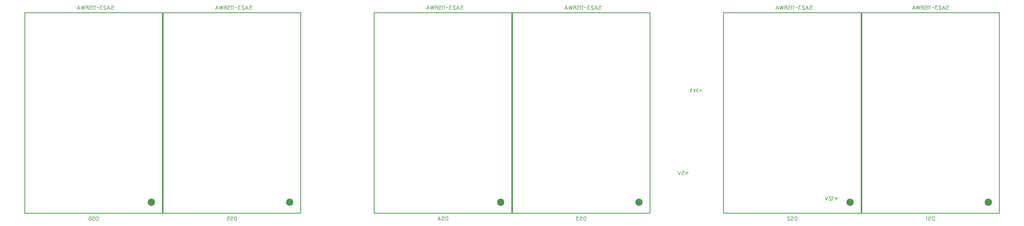
<source format=gbo>
G04 DipTrace 2.4.0.2*
%INsensorclock.GBO*%
%MOMM*%
%ADD10C,0.25*%
%ADD28O,2.539X2.541*%
%ADD91C,0.196*%
%ADD92C,0.157*%
%FSLAX53Y53*%
G04*
G71*
G90*
G75*
G01*
%LNBotSilk*%
%LPD*%
X356580Y86480D2*
D10*
X308580D1*
Y16480D1*
X356580D1*
Y86480D1*
D28*
X352771Y20291D3*
X308320Y86480D2*
D10*
X260320D1*
Y16480D1*
X308320D1*
Y86480D1*
D28*
X304511Y20291D3*
X234660Y86480D2*
D10*
X186660D1*
Y16480D1*
X234660D1*
Y86480D1*
D28*
X230851Y20291D3*
X186400Y86480D2*
D10*
X138400D1*
Y16480D1*
X186400D1*
Y86480D1*
D28*
X182591Y20291D3*
X112740Y86480D2*
D10*
X64740D1*
Y16480D1*
X112740D1*
Y86480D1*
D28*
X108931Y20291D3*
X64480Y86480D2*
D10*
X16480D1*
Y16480D1*
X64480D1*
Y86480D1*
D28*
X60671Y20291D3*
X333975Y15240D2*
D91*
Y13964D1*
X333550D1*
X333367Y14026D1*
X333245Y14146D1*
X333185Y14268D1*
X333124Y14450D1*
Y14754D1*
X333185Y14937D1*
X333245Y15057D1*
X333367Y15180D1*
X333550Y15240D1*
X333975D1*
X331882Y15057D2*
X332002Y15180D1*
X332185Y15240D1*
X332428D1*
X332610Y15180D1*
X332732Y15057D1*
Y14937D1*
X332671Y14815D1*
X332610Y14754D1*
X332489Y14694D1*
X332124Y14572D1*
X332002Y14511D1*
X331942Y14450D1*
X331882Y14329D1*
Y14146D1*
X332002Y14026D1*
X332185Y13964D1*
X332428D1*
X332610Y14026D1*
X332732Y14146D1*
X331489Y14996D2*
X331367Y15057D1*
X331185Y15238D1*
Y13964D1*
X338053Y88717D2*
X338174Y88840D1*
X338356Y88900D1*
X338599D1*
X338782Y88840D1*
X338904Y88717D1*
Y88597D1*
X338842Y88475D1*
X338782Y88414D1*
X338661Y88354D1*
X338296Y88232D1*
X338174Y88171D1*
X338114Y88110D1*
X338053Y87989D1*
Y87806D1*
X338174Y87686D1*
X338356Y87624D1*
X338599D1*
X338782Y87686D1*
X338904Y87806D1*
X336688Y87624D2*
X337175Y88900D1*
X337661Y87624D1*
X337479Y88049D2*
X336871D1*
X336234Y88595D2*
Y88656D1*
X336174Y88778D1*
X336114Y88838D1*
X335991Y88898D1*
X335749D1*
X335628Y88838D1*
X335567Y88778D1*
X335506Y88656D1*
Y88535D1*
X335567Y88413D1*
X335688Y88232D1*
X336296Y87624D1*
X335445D1*
X334931Y88898D2*
X334264D1*
X334628Y88413D1*
X334445D1*
X334325Y88352D1*
X334264Y88292D1*
X334202Y88110D1*
Y87989D1*
X334264Y87806D1*
X334385Y87684D1*
X334567Y87624D1*
X334750D1*
X334931Y87684D1*
X334991Y87746D1*
X335053Y87867D1*
X333810Y88261D2*
X333108D1*
X332716Y88656D2*
X332594Y88717D1*
X332412Y88898D1*
Y87624D1*
X332019Y88656D2*
X331897Y88717D1*
X331715Y88898D1*
Y87624D1*
X330472Y88717D2*
X330593Y88840D1*
X330775Y88900D1*
X331018D1*
X331200Y88840D1*
X331323Y88717D1*
Y88597D1*
X331261Y88475D1*
X331200Y88414D1*
X331080Y88354D1*
X330715Y88232D1*
X330593Y88171D1*
X330532Y88110D1*
X330472Y87989D1*
Y87806D1*
X330593Y87686D1*
X330775Y87624D1*
X331018D1*
X331200Y87686D1*
X331323Y87806D1*
X330080Y88292D2*
X329534D1*
X329351Y88354D1*
X329289Y88414D1*
X329229Y88535D1*
Y88657D1*
X329289Y88778D1*
X329351Y88840D1*
X329534Y88900D1*
X330080D1*
Y87624D1*
X329654Y88292D2*
X329229Y87624D1*
X328837Y88900D2*
X328532Y87624D1*
X328229Y88900D1*
X327926Y87624D1*
X327621Y88900D1*
X326256Y87624D2*
X326743Y88900D1*
X327229Y87624D1*
X327046Y88049D2*
X326439D1*
X285988Y15240D2*
Y13964D1*
X285563D1*
X285380Y14026D1*
X285258Y14146D1*
X285198Y14268D1*
X285138Y14450D1*
Y14754D1*
X285198Y14937D1*
X285258Y15057D1*
X285380Y15180D1*
X285563Y15240D1*
X285988D1*
X283895Y15057D2*
X284015Y15180D1*
X284198Y15240D1*
X284441D1*
X284623Y15180D1*
X284745Y15057D1*
Y14937D1*
X284684Y14815D1*
X284623Y14754D1*
X284502Y14694D1*
X284137Y14572D1*
X284015Y14511D1*
X283955Y14450D1*
X283895Y14329D1*
Y14146D1*
X284015Y14026D1*
X284198Y13964D1*
X284441D1*
X284623Y14026D1*
X284745Y14146D1*
X283441Y14935D2*
Y14996D1*
X283380Y15118D1*
X283320Y15178D1*
X283198Y15238D1*
X282955D1*
X282834Y15178D1*
X282774Y15118D1*
X282712Y14996D1*
Y14875D1*
X282774Y14753D1*
X282895Y14572D1*
X283502Y13964D1*
X282652D1*
X290428Y88717D2*
X290549Y88840D1*
X290731Y88900D1*
X290974D1*
X291157Y88840D1*
X291279Y88717D1*
Y88597D1*
X291217Y88475D1*
X291157Y88414D1*
X291036Y88354D1*
X290671Y88232D1*
X290549Y88171D1*
X290489Y88110D1*
X290428Y87989D1*
Y87806D1*
X290549Y87686D1*
X290731Y87624D1*
X290974D1*
X291157Y87686D1*
X291279Y87806D1*
X289063Y87624D2*
X289550Y88900D1*
X290036Y87624D1*
X289854Y88049D2*
X289246D1*
X288609Y88595D2*
Y88656D1*
X288549Y88778D1*
X288489Y88838D1*
X288366Y88898D1*
X288124D1*
X288003Y88838D1*
X287942Y88778D1*
X287881Y88656D1*
Y88535D1*
X287942Y88413D1*
X288063Y88232D1*
X288671Y87624D1*
X287820D1*
X287306Y88898D2*
X286639D1*
X287003Y88413D1*
X286820D1*
X286700Y88352D1*
X286639Y88292D1*
X286577Y88110D1*
Y87989D1*
X286639Y87806D1*
X286760Y87684D1*
X286942Y87624D1*
X287125D1*
X287306Y87684D1*
X287366Y87746D1*
X287428Y87867D1*
X286185Y88261D2*
X285483D1*
X285091Y88656D2*
X284969Y88717D1*
X284787Y88898D1*
Y87624D1*
X284394Y88656D2*
X284272Y88717D1*
X284090Y88898D1*
Y87624D1*
X282847Y88717D2*
X282968Y88840D1*
X283150Y88900D1*
X283393D1*
X283575Y88840D1*
X283698Y88717D1*
Y88597D1*
X283636Y88475D1*
X283575Y88414D1*
X283455Y88354D1*
X283090Y88232D1*
X282968Y88171D1*
X282907Y88110D1*
X282847Y87989D1*
Y87806D1*
X282968Y87686D1*
X283150Y87624D1*
X283393D1*
X283575Y87686D1*
X283698Y87806D1*
X282455Y88292D2*
X281909D1*
X281726Y88354D1*
X281664Y88414D1*
X281604Y88535D1*
Y88657D1*
X281664Y88778D1*
X281726Y88840D1*
X281909Y88900D1*
X282455D1*
Y87624D1*
X282029Y88292D2*
X281604Y87624D1*
X281212Y88900D2*
X280907Y87624D1*
X280604Y88900D1*
X280301Y87624D1*
X279996Y88900D1*
X278631Y87624D2*
X279118Y88900D1*
X279604Y87624D1*
X279421Y88049D2*
X278814D1*
X212328Y15240D2*
Y13964D1*
X211903D1*
X211720Y14026D1*
X211598Y14146D1*
X211538Y14268D1*
X211478Y14450D1*
Y14754D1*
X211538Y14937D1*
X211598Y15057D1*
X211720Y15180D1*
X211903Y15240D1*
X212328D1*
X210235Y15057D2*
X210355Y15180D1*
X210538Y15240D1*
X210781D1*
X210963Y15180D1*
X211085Y15057D1*
Y14937D1*
X211024Y14815D1*
X210963Y14754D1*
X210842Y14694D1*
X210477Y14572D1*
X210355Y14511D1*
X210295Y14450D1*
X210235Y14329D1*
Y14146D1*
X210355Y14026D1*
X210538Y13964D1*
X210781D1*
X210963Y14026D1*
X211085Y14146D1*
X209720Y15238D2*
X209054D1*
X209417Y14753D1*
X209235D1*
X209114Y14692D1*
X209054Y14632D1*
X208992Y14450D1*
Y14329D1*
X209054Y14146D1*
X209174Y14024D1*
X209357Y13964D1*
X209539D1*
X209720Y14024D1*
X209781Y14086D1*
X209842Y14207D1*
X216768Y88717D2*
X216889Y88840D1*
X217071Y88900D1*
X217314D1*
X217497Y88840D1*
X217619Y88717D1*
Y88597D1*
X217557Y88475D1*
X217497Y88414D1*
X217376Y88354D1*
X217011Y88232D1*
X216889Y88171D1*
X216829Y88110D1*
X216768Y87989D1*
Y87806D1*
X216889Y87686D1*
X217071Y87624D1*
X217314D1*
X217497Y87686D1*
X217619Y87806D1*
X215403Y87624D2*
X215890Y88900D1*
X216376Y87624D1*
X216194Y88049D2*
X215586D1*
X214949Y88595D2*
Y88656D1*
X214889Y88778D1*
X214829Y88838D1*
X214706Y88898D1*
X214464D1*
X214343Y88838D1*
X214282Y88778D1*
X214221Y88656D1*
Y88535D1*
X214282Y88413D1*
X214403Y88232D1*
X215011Y87624D1*
X214160D1*
X213646Y88898D2*
X212979D1*
X213343Y88413D1*
X213160D1*
X213040Y88352D1*
X212979Y88292D1*
X212917Y88110D1*
Y87989D1*
X212979Y87806D1*
X213100Y87684D1*
X213282Y87624D1*
X213465D1*
X213646Y87684D1*
X213706Y87746D1*
X213768Y87867D1*
X212525Y88261D2*
X211823D1*
X211431Y88656D2*
X211309Y88717D1*
X211127Y88898D1*
Y87624D1*
X210734Y88656D2*
X210612Y88717D1*
X210430Y88898D1*
Y87624D1*
X209187Y88717D2*
X209308Y88840D1*
X209490Y88900D1*
X209733D1*
X209915Y88840D1*
X210038Y88717D1*
Y88597D1*
X209976Y88475D1*
X209915Y88414D1*
X209795Y88354D1*
X209430Y88232D1*
X209308Y88171D1*
X209247Y88110D1*
X209187Y87989D1*
Y87806D1*
X209308Y87686D1*
X209490Y87624D1*
X209733D1*
X209915Y87686D1*
X210038Y87806D1*
X208795Y88292D2*
X208249D1*
X208066Y88354D1*
X208004Y88414D1*
X207944Y88535D1*
Y88657D1*
X208004Y88778D1*
X208066Y88840D1*
X208249Y88900D1*
X208795D1*
Y87624D1*
X208369Y88292D2*
X207944Y87624D1*
X207552Y88900D2*
X207247Y87624D1*
X206944Y88900D1*
X206641Y87624D1*
X206336Y88900D1*
X204971Y87624D2*
X205458Y88900D1*
X205944Y87624D1*
X205761Y88049D2*
X205154D1*
X164098Y15240D2*
Y13964D1*
X163673D1*
X163491Y14026D1*
X163368Y14146D1*
X163308Y14268D1*
X163248Y14450D1*
Y14754D1*
X163308Y14937D1*
X163368Y15057D1*
X163491Y15180D1*
X163673Y15240D1*
X164098D1*
X162005Y15057D2*
X162126Y15180D1*
X162308Y15240D1*
X162551D1*
X162733Y15180D1*
X162856Y15057D1*
Y14937D1*
X162794Y14815D1*
X162733Y14754D1*
X162613Y14694D1*
X162248Y14572D1*
X162126Y14511D1*
X162065Y14450D1*
X162005Y14329D1*
Y14146D1*
X162126Y14026D1*
X162308Y13964D1*
X162551D1*
X162733Y14026D1*
X162856Y14146D1*
X161005Y13964D2*
Y15238D1*
X161613Y14389D1*
X160702D1*
X168508Y88717D2*
X168629Y88840D1*
X168811Y88900D1*
X169054D1*
X169237Y88840D1*
X169359Y88717D1*
Y88597D1*
X169297Y88475D1*
X169237Y88414D1*
X169116Y88354D1*
X168751Y88232D1*
X168629Y88171D1*
X168569Y88110D1*
X168508Y87989D1*
Y87806D1*
X168629Y87686D1*
X168811Y87624D1*
X169054D1*
X169237Y87686D1*
X169359Y87806D1*
X167143Y87624D2*
X167630Y88900D1*
X168116Y87624D1*
X167934Y88049D2*
X167326D1*
X166689Y88595D2*
Y88656D1*
X166629Y88778D1*
X166569Y88838D1*
X166446Y88898D1*
X166204D1*
X166083Y88838D1*
X166022Y88778D1*
X165961Y88656D1*
Y88535D1*
X166022Y88413D1*
X166143Y88232D1*
X166751Y87624D1*
X165900D1*
X165386Y88898D2*
X164719D1*
X165083Y88413D1*
X164900D1*
X164780Y88352D1*
X164719Y88292D1*
X164657Y88110D1*
Y87989D1*
X164719Y87806D1*
X164840Y87684D1*
X165022Y87624D1*
X165205D1*
X165386Y87684D1*
X165446Y87746D1*
X165508Y87867D1*
X164265Y88261D2*
X163563D1*
X163171Y88656D2*
X163049Y88717D1*
X162867Y88898D1*
Y87624D1*
X162474Y88656D2*
X162352Y88717D1*
X162170Y88898D1*
Y87624D1*
X160927Y88717D2*
X161048Y88840D1*
X161230Y88900D1*
X161473D1*
X161655Y88840D1*
X161778Y88717D1*
Y88597D1*
X161716Y88475D1*
X161655Y88414D1*
X161535Y88354D1*
X161170Y88232D1*
X161048Y88171D1*
X160987Y88110D1*
X160927Y87989D1*
Y87806D1*
X161048Y87686D1*
X161230Y87624D1*
X161473D1*
X161655Y87686D1*
X161778Y87806D1*
X160535Y88292D2*
X159989D1*
X159806Y88354D1*
X159744Y88414D1*
X159684Y88535D1*
Y88657D1*
X159744Y88778D1*
X159806Y88840D1*
X159989Y88900D1*
X160535D1*
Y87624D1*
X160109Y88292D2*
X159684Y87624D1*
X159292Y88900D2*
X158987Y87624D1*
X158684Y88900D1*
X158381Y87624D1*
X158076Y88900D1*
X156711Y87624D2*
X157198Y88900D1*
X157684Y87624D1*
X157501Y88049D2*
X156894D1*
X90408Y15240D2*
Y13964D1*
X89983D1*
X89800Y14026D1*
X89678Y14146D1*
X89618Y14268D1*
X89558Y14450D1*
Y14754D1*
X89618Y14937D1*
X89678Y15057D1*
X89800Y15180D1*
X89983Y15240D1*
X90408D1*
X88315Y15057D2*
X88435Y15180D1*
X88618Y15240D1*
X88861D1*
X89043Y15180D1*
X89165Y15057D1*
Y14937D1*
X89104Y14815D1*
X89043Y14754D1*
X88922Y14694D1*
X88557Y14572D1*
X88435Y14511D1*
X88375Y14450D1*
X88315Y14329D1*
Y14146D1*
X88435Y14026D1*
X88618Y13964D1*
X88861D1*
X89043Y14026D1*
X89165Y14146D1*
X87194Y15238D2*
X87800D1*
X87861Y14692D1*
X87800Y14753D1*
X87618Y14815D1*
X87437D1*
X87254Y14753D1*
X87132Y14632D1*
X87072Y14450D1*
Y14329D1*
X87132Y14146D1*
X87254Y14024D1*
X87437Y13964D1*
X87618D1*
X87800Y14024D1*
X87861Y14086D1*
X87922Y14207D1*
X94848Y88717D2*
X94969Y88840D1*
X95151Y88900D1*
X95394D1*
X95577Y88840D1*
X95699Y88717D1*
Y88597D1*
X95637Y88475D1*
X95577Y88414D1*
X95456Y88354D1*
X95091Y88232D1*
X94969Y88171D1*
X94909Y88110D1*
X94848Y87989D1*
Y87806D1*
X94969Y87686D1*
X95151Y87624D1*
X95394D1*
X95577Y87686D1*
X95699Y87806D1*
X93483Y87624D2*
X93970Y88900D1*
X94456Y87624D1*
X94274Y88049D2*
X93666D1*
X93029Y88595D2*
Y88656D1*
X92969Y88778D1*
X92909Y88838D1*
X92786Y88898D1*
X92544D1*
X92423Y88838D1*
X92362Y88778D1*
X92301Y88656D1*
Y88535D1*
X92362Y88413D1*
X92483Y88232D1*
X93091Y87624D1*
X92240D1*
X91726Y88898D2*
X91059D1*
X91423Y88413D1*
X91240D1*
X91120Y88352D1*
X91059Y88292D1*
X90997Y88110D1*
Y87989D1*
X91059Y87806D1*
X91180Y87684D1*
X91362Y87624D1*
X91545D1*
X91726Y87684D1*
X91786Y87746D1*
X91848Y87867D1*
X90605Y88261D2*
X89903D1*
X89511Y88656D2*
X89389Y88717D1*
X89207Y88898D1*
Y87624D1*
X88814Y88656D2*
X88692Y88717D1*
X88510Y88898D1*
Y87624D1*
X87267Y88717D2*
X87388Y88840D1*
X87570Y88900D1*
X87813D1*
X87995Y88840D1*
X88118Y88717D1*
Y88597D1*
X88056Y88475D1*
X87995Y88414D1*
X87875Y88354D1*
X87510Y88232D1*
X87388Y88171D1*
X87327Y88110D1*
X87267Y87989D1*
Y87806D1*
X87388Y87686D1*
X87570Y87624D1*
X87813D1*
X87995Y87686D1*
X88118Y87806D1*
X86875Y88292D2*
X86329D1*
X86146Y88354D1*
X86084Y88414D1*
X86024Y88535D1*
Y88657D1*
X86084Y88778D1*
X86146Y88840D1*
X86329Y88900D1*
X86875D1*
Y87624D1*
X86449Y88292D2*
X86024Y87624D1*
X85632Y88900D2*
X85327Y87624D1*
X85024Y88900D1*
X84721Y87624D1*
X84416Y88900D1*
X83051Y87624D2*
X83538Y88900D1*
X84024Y87624D1*
X83841Y88049D2*
X83234D1*
X42117Y15240D2*
Y13964D1*
X41692D1*
X41510Y14026D1*
X41387Y14146D1*
X41327Y14268D1*
X41267Y14450D1*
Y14754D1*
X41327Y14937D1*
X41387Y15057D1*
X41510Y15180D1*
X41692Y15240D1*
X42117D1*
X40024Y15057D2*
X40144Y15180D1*
X40327Y15240D1*
X40570D1*
X40752Y15180D1*
X40874Y15057D1*
Y14937D1*
X40813Y14815D1*
X40752Y14754D1*
X40632Y14694D1*
X40267Y14572D1*
X40144Y14511D1*
X40084Y14450D1*
X40024Y14329D1*
Y14146D1*
X40144Y14026D1*
X40327Y13964D1*
X40570D1*
X40752Y14026D1*
X40874Y14146D1*
X38903Y15057D2*
X38963Y15178D1*
X39146Y15238D1*
X39267D1*
X39449Y15178D1*
X39571Y14996D1*
X39632Y14692D1*
Y14389D1*
X39571Y14146D1*
X39449Y14024D1*
X39267Y13964D1*
X39206D1*
X39025Y14024D1*
X38903Y14146D1*
X38843Y14329D1*
Y14389D1*
X38903Y14572D1*
X39025Y14692D1*
X39206Y14753D1*
X39267D1*
X39449Y14692D1*
X39571Y14572D1*
X39632Y14389D1*
X46588Y88717D2*
X46709Y88840D1*
X46891Y88900D1*
X47134D1*
X47317Y88840D1*
X47439Y88717D1*
Y88597D1*
X47377Y88475D1*
X47317Y88414D1*
X47196Y88354D1*
X46831Y88232D1*
X46709Y88171D1*
X46649Y88110D1*
X46588Y87989D1*
Y87806D1*
X46709Y87686D1*
X46891Y87624D1*
X47134D1*
X47317Y87686D1*
X47439Y87806D1*
X45223Y87624D2*
X45710Y88900D1*
X46196Y87624D1*
X46014Y88049D2*
X45406D1*
X44769Y88595D2*
Y88656D1*
X44709Y88778D1*
X44649Y88838D1*
X44526Y88898D1*
X44284D1*
X44163Y88838D1*
X44102Y88778D1*
X44041Y88656D1*
Y88535D1*
X44102Y88413D1*
X44223Y88232D1*
X44831Y87624D1*
X43980D1*
X43466Y88898D2*
X42799D1*
X43163Y88413D1*
X42980D1*
X42860Y88352D1*
X42799Y88292D1*
X42737Y88110D1*
Y87989D1*
X42799Y87806D1*
X42920Y87684D1*
X43102Y87624D1*
X43285D1*
X43466Y87684D1*
X43526Y87746D1*
X43588Y87867D1*
X42345Y88261D2*
X41643D1*
X41251Y88656D2*
X41129Y88717D1*
X40947Y88898D1*
Y87624D1*
X40554Y88656D2*
X40432Y88717D1*
X40250Y88898D1*
Y87624D1*
X39007Y88717D2*
X39128Y88840D1*
X39310Y88900D1*
X39553D1*
X39735Y88840D1*
X39858Y88717D1*
Y88597D1*
X39796Y88475D1*
X39735Y88414D1*
X39615Y88354D1*
X39250Y88232D1*
X39128Y88171D1*
X39067Y88110D1*
X39007Y87989D1*
Y87806D1*
X39128Y87686D1*
X39310Y87624D1*
X39553D1*
X39735Y87686D1*
X39858Y87806D1*
X38615Y88292D2*
X38069D1*
X37886Y88354D1*
X37824Y88414D1*
X37764Y88535D1*
Y88657D1*
X37824Y88778D1*
X37886Y88840D1*
X38069Y88900D1*
X38615D1*
Y87624D1*
X38189Y88292D2*
X37764Y87624D1*
X37372Y88900D2*
X37067Y87624D1*
X36764Y88900D1*
X36461Y87624D1*
X36156Y88900D1*
X34791Y87624D2*
X35278Y88900D1*
X35764Y87624D1*
X35581Y88049D2*
X34974D1*
X247567Y31067D2*
Y29974D1*
X248113Y30520D2*
X247020D1*
X245899Y31158D2*
X246505D1*
X246566Y30612D1*
X246505Y30672D1*
X246323Y30734D1*
X246142D1*
X245959Y30672D1*
X245837Y30551D1*
X245777Y30369D1*
Y30248D1*
X245837Y30066D1*
X245959Y29944D1*
X246142Y29883D1*
X246323D1*
X246505Y29944D1*
X246566Y30005D1*
X246627Y30126D1*
X245385Y31159D2*
X244899Y29883D1*
X244413Y31159D1*
X252356Y59747D2*
D92*
Y58872D1*
X252793Y59309D2*
X251918D1*
X251507Y59819D2*
X250973D1*
X251264Y59431D1*
X251118D1*
X251021Y59382D1*
X250973Y59334D1*
X250924Y59188D1*
Y59092D1*
X250973Y58946D1*
X251070Y58848D1*
X251216Y58800D1*
X251362D1*
X251507Y58848D1*
X251555Y58897D1*
X251604Y58994D1*
X250610Y59820D2*
X250221Y58800D1*
X249833Y59820D1*
X249421Y59819D2*
X248888D1*
X249179Y59431D1*
X249033D1*
X248936Y59382D1*
X248888Y59334D1*
X248838Y59188D1*
Y59092D1*
X248888Y58946D1*
X248984Y58848D1*
X249130Y58800D1*
X249276D1*
X249421Y58848D1*
X249470Y58897D1*
X249519Y58994D1*
X299699Y22177D2*
D91*
Y21084D1*
X300245Y21630D2*
X299151D1*
X298759Y22025D2*
X298637Y22087D1*
X298455Y22268D1*
Y20993D1*
X298001Y21965D2*
Y22025D1*
X297940Y22147D1*
X297880Y22207D1*
X297758Y22268D1*
X297515D1*
X297394Y22207D1*
X297334Y22147D1*
X297272Y22025D1*
Y21904D1*
X297334Y21782D1*
X297455Y21601D1*
X298062Y20993D1*
X297212D1*
X296820Y22269D2*
X296334Y20993D1*
X295848Y22269D1*
M02*

</source>
